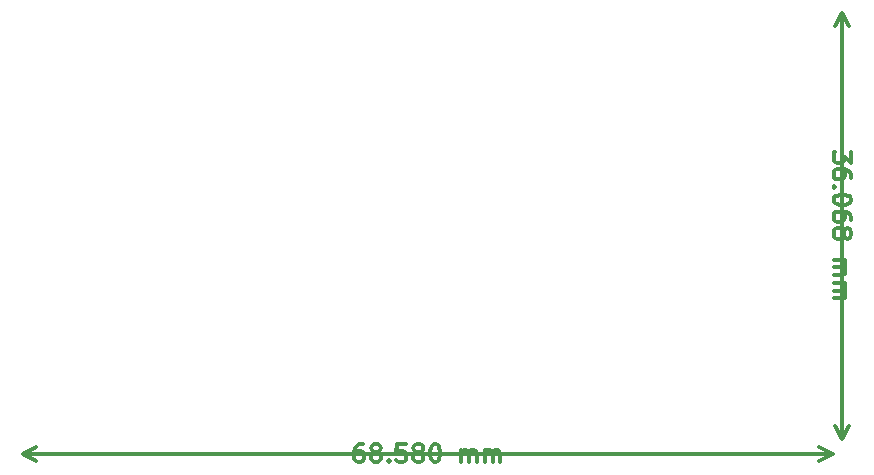
<source format=gbr>
G04 #@! TF.FileFunction,Other,User*
%FSLAX46Y46*%
G04 Gerber Fmt 4.6, Leading zero omitted, Abs format (unit mm)*
G04 Created by KiCad (PCBNEW 4.0.7) date 04/27/20 15:33:10*
%MOMM*%
%LPD*%
G01*
G04 APERTURE LIST*
%ADD10C,0.100000*%
%ADD11C,0.300000*%
G04 APERTURE END LIST*
D10*
D11*
X129374001Y-116526571D02*
X129088287Y-116526571D01*
X128945430Y-116598000D01*
X128874001Y-116669429D01*
X128731144Y-116883714D01*
X128659715Y-117169429D01*
X128659715Y-117740857D01*
X128731144Y-117883714D01*
X128802572Y-117955143D01*
X128945430Y-118026571D01*
X129231144Y-118026571D01*
X129374001Y-117955143D01*
X129445430Y-117883714D01*
X129516858Y-117740857D01*
X129516858Y-117383714D01*
X129445430Y-117240857D01*
X129374001Y-117169429D01*
X129231144Y-117098000D01*
X128945430Y-117098000D01*
X128802572Y-117169429D01*
X128731144Y-117240857D01*
X128659715Y-117383714D01*
X130374001Y-117169429D02*
X130231143Y-117098000D01*
X130159715Y-117026571D01*
X130088286Y-116883714D01*
X130088286Y-116812286D01*
X130159715Y-116669429D01*
X130231143Y-116598000D01*
X130374001Y-116526571D01*
X130659715Y-116526571D01*
X130802572Y-116598000D01*
X130874001Y-116669429D01*
X130945429Y-116812286D01*
X130945429Y-116883714D01*
X130874001Y-117026571D01*
X130802572Y-117098000D01*
X130659715Y-117169429D01*
X130374001Y-117169429D01*
X130231143Y-117240857D01*
X130159715Y-117312286D01*
X130088286Y-117455143D01*
X130088286Y-117740857D01*
X130159715Y-117883714D01*
X130231143Y-117955143D01*
X130374001Y-118026571D01*
X130659715Y-118026571D01*
X130802572Y-117955143D01*
X130874001Y-117883714D01*
X130945429Y-117740857D01*
X130945429Y-117455143D01*
X130874001Y-117312286D01*
X130802572Y-117240857D01*
X130659715Y-117169429D01*
X131588286Y-117883714D02*
X131659714Y-117955143D01*
X131588286Y-118026571D01*
X131516857Y-117955143D01*
X131588286Y-117883714D01*
X131588286Y-118026571D01*
X133016858Y-116526571D02*
X132302572Y-116526571D01*
X132231143Y-117240857D01*
X132302572Y-117169429D01*
X132445429Y-117098000D01*
X132802572Y-117098000D01*
X132945429Y-117169429D01*
X133016858Y-117240857D01*
X133088286Y-117383714D01*
X133088286Y-117740857D01*
X133016858Y-117883714D01*
X132945429Y-117955143D01*
X132802572Y-118026571D01*
X132445429Y-118026571D01*
X132302572Y-117955143D01*
X132231143Y-117883714D01*
X133945429Y-117169429D02*
X133802571Y-117098000D01*
X133731143Y-117026571D01*
X133659714Y-116883714D01*
X133659714Y-116812286D01*
X133731143Y-116669429D01*
X133802571Y-116598000D01*
X133945429Y-116526571D01*
X134231143Y-116526571D01*
X134374000Y-116598000D01*
X134445429Y-116669429D01*
X134516857Y-116812286D01*
X134516857Y-116883714D01*
X134445429Y-117026571D01*
X134374000Y-117098000D01*
X134231143Y-117169429D01*
X133945429Y-117169429D01*
X133802571Y-117240857D01*
X133731143Y-117312286D01*
X133659714Y-117455143D01*
X133659714Y-117740857D01*
X133731143Y-117883714D01*
X133802571Y-117955143D01*
X133945429Y-118026571D01*
X134231143Y-118026571D01*
X134374000Y-117955143D01*
X134445429Y-117883714D01*
X134516857Y-117740857D01*
X134516857Y-117455143D01*
X134445429Y-117312286D01*
X134374000Y-117240857D01*
X134231143Y-117169429D01*
X135445428Y-116526571D02*
X135588285Y-116526571D01*
X135731142Y-116598000D01*
X135802571Y-116669429D01*
X135874000Y-116812286D01*
X135945428Y-117098000D01*
X135945428Y-117455143D01*
X135874000Y-117740857D01*
X135802571Y-117883714D01*
X135731142Y-117955143D01*
X135588285Y-118026571D01*
X135445428Y-118026571D01*
X135302571Y-117955143D01*
X135231142Y-117883714D01*
X135159714Y-117740857D01*
X135088285Y-117455143D01*
X135088285Y-117098000D01*
X135159714Y-116812286D01*
X135231142Y-116669429D01*
X135302571Y-116598000D01*
X135445428Y-116526571D01*
X137731142Y-118026571D02*
X137731142Y-117026571D01*
X137731142Y-117169429D02*
X137802570Y-117098000D01*
X137945428Y-117026571D01*
X138159713Y-117026571D01*
X138302570Y-117098000D01*
X138373999Y-117240857D01*
X138373999Y-118026571D01*
X138373999Y-117240857D02*
X138445428Y-117098000D01*
X138588285Y-117026571D01*
X138802570Y-117026571D01*
X138945428Y-117098000D01*
X139016856Y-117240857D01*
X139016856Y-118026571D01*
X139731142Y-118026571D02*
X139731142Y-117026571D01*
X139731142Y-117169429D02*
X139802570Y-117098000D01*
X139945428Y-117026571D01*
X140159713Y-117026571D01*
X140302570Y-117098000D01*
X140373999Y-117240857D01*
X140373999Y-118026571D01*
X140373999Y-117240857D02*
X140445428Y-117098000D01*
X140588285Y-117026571D01*
X140802570Y-117026571D01*
X140945428Y-117098000D01*
X141016856Y-117240857D01*
X141016856Y-118026571D01*
X100584000Y-117348000D02*
X169164000Y-117348000D01*
X100584000Y-117348000D02*
X100584000Y-117348000D01*
X169164000Y-117348000D02*
X169164000Y-117348000D01*
X169164000Y-117348000D02*
X168037496Y-117934421D01*
X169164000Y-117348000D02*
X168037496Y-116761579D01*
X100584000Y-117348000D02*
X101710504Y-117934421D01*
X100584000Y-117348000D02*
X101710504Y-116761579D01*
X170747429Y-91758287D02*
X170747429Y-92686858D01*
X170176000Y-92186858D01*
X170176000Y-92401144D01*
X170104571Y-92544001D01*
X170033143Y-92615430D01*
X169890286Y-92686858D01*
X169533143Y-92686858D01*
X169390286Y-92615430D01*
X169318857Y-92544001D01*
X169247429Y-92401144D01*
X169247429Y-91972572D01*
X169318857Y-91829715D01*
X169390286Y-91758287D01*
X170747429Y-93972572D02*
X170747429Y-93686858D01*
X170676000Y-93544001D01*
X170604571Y-93472572D01*
X170390286Y-93329715D01*
X170104571Y-93258286D01*
X169533143Y-93258286D01*
X169390286Y-93329715D01*
X169318857Y-93401143D01*
X169247429Y-93544001D01*
X169247429Y-93829715D01*
X169318857Y-93972572D01*
X169390286Y-94044001D01*
X169533143Y-94115429D01*
X169890286Y-94115429D01*
X170033143Y-94044001D01*
X170104571Y-93972572D01*
X170176000Y-93829715D01*
X170176000Y-93544001D01*
X170104571Y-93401143D01*
X170033143Y-93329715D01*
X169890286Y-93258286D01*
X169390286Y-94758286D02*
X169318857Y-94829714D01*
X169247429Y-94758286D01*
X169318857Y-94686857D01*
X169390286Y-94758286D01*
X169247429Y-94758286D01*
X170747429Y-95758286D02*
X170747429Y-95901143D01*
X170676000Y-96044000D01*
X170604571Y-96115429D01*
X170461714Y-96186858D01*
X170176000Y-96258286D01*
X169818857Y-96258286D01*
X169533143Y-96186858D01*
X169390286Y-96115429D01*
X169318857Y-96044000D01*
X169247429Y-95901143D01*
X169247429Y-95758286D01*
X169318857Y-95615429D01*
X169390286Y-95544000D01*
X169533143Y-95472572D01*
X169818857Y-95401143D01*
X170176000Y-95401143D01*
X170461714Y-95472572D01*
X170604571Y-95544000D01*
X170676000Y-95615429D01*
X170747429Y-95758286D01*
X170747429Y-97544000D02*
X170747429Y-97258286D01*
X170676000Y-97115429D01*
X170604571Y-97044000D01*
X170390286Y-96901143D01*
X170104571Y-96829714D01*
X169533143Y-96829714D01*
X169390286Y-96901143D01*
X169318857Y-96972571D01*
X169247429Y-97115429D01*
X169247429Y-97401143D01*
X169318857Y-97544000D01*
X169390286Y-97615429D01*
X169533143Y-97686857D01*
X169890286Y-97686857D01*
X170033143Y-97615429D01*
X170104571Y-97544000D01*
X170176000Y-97401143D01*
X170176000Y-97115429D01*
X170104571Y-96972571D01*
X170033143Y-96901143D01*
X169890286Y-96829714D01*
X170104571Y-98544000D02*
X170176000Y-98401142D01*
X170247429Y-98329714D01*
X170390286Y-98258285D01*
X170461714Y-98258285D01*
X170604571Y-98329714D01*
X170676000Y-98401142D01*
X170747429Y-98544000D01*
X170747429Y-98829714D01*
X170676000Y-98972571D01*
X170604571Y-99044000D01*
X170461714Y-99115428D01*
X170390286Y-99115428D01*
X170247429Y-99044000D01*
X170176000Y-98972571D01*
X170104571Y-98829714D01*
X170104571Y-98544000D01*
X170033143Y-98401142D01*
X169961714Y-98329714D01*
X169818857Y-98258285D01*
X169533143Y-98258285D01*
X169390286Y-98329714D01*
X169318857Y-98401142D01*
X169247429Y-98544000D01*
X169247429Y-98829714D01*
X169318857Y-98972571D01*
X169390286Y-99044000D01*
X169533143Y-99115428D01*
X169818857Y-99115428D01*
X169961714Y-99044000D01*
X170033143Y-98972571D01*
X170104571Y-98829714D01*
X169247429Y-100901142D02*
X170247429Y-100901142D01*
X170104571Y-100901142D02*
X170176000Y-100972570D01*
X170247429Y-101115428D01*
X170247429Y-101329713D01*
X170176000Y-101472570D01*
X170033143Y-101543999D01*
X169247429Y-101543999D01*
X170033143Y-101543999D02*
X170176000Y-101615428D01*
X170247429Y-101758285D01*
X170247429Y-101972570D01*
X170176000Y-102115428D01*
X170033143Y-102186856D01*
X169247429Y-102186856D01*
X169247429Y-102901142D02*
X170247429Y-102901142D01*
X170104571Y-102901142D02*
X170176000Y-102972570D01*
X170247429Y-103115428D01*
X170247429Y-103329713D01*
X170176000Y-103472570D01*
X170033143Y-103543999D01*
X169247429Y-103543999D01*
X170033143Y-103543999D02*
X170176000Y-103615428D01*
X170247429Y-103758285D01*
X170247429Y-103972570D01*
X170176000Y-104115428D01*
X170033143Y-104186856D01*
X169247429Y-104186856D01*
X169926000Y-80010000D02*
X169926000Y-116078000D01*
X169926000Y-80010000D02*
X169926000Y-80010000D01*
X169926000Y-116078000D02*
X169926000Y-116078000D01*
X169926000Y-116078000D02*
X169339579Y-114951496D01*
X169926000Y-116078000D02*
X170512421Y-114951496D01*
X169926000Y-80010000D02*
X169339579Y-81136504D01*
X169926000Y-80010000D02*
X170512421Y-81136504D01*
M02*

</source>
